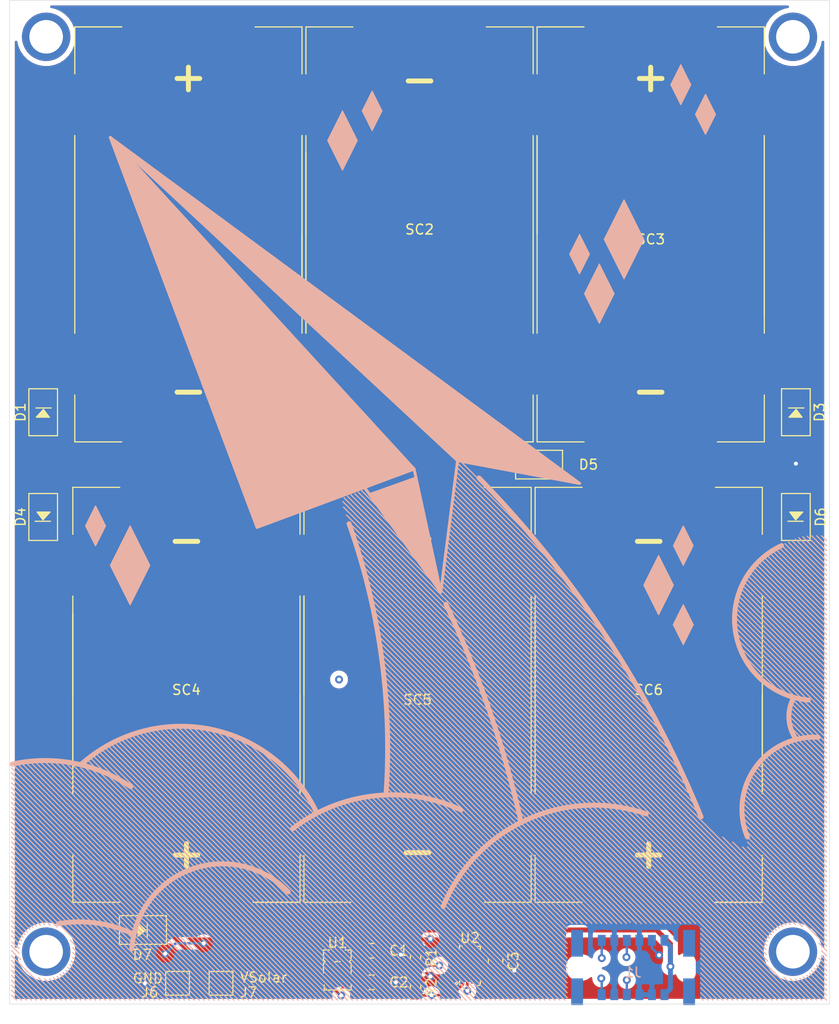
<source format=kicad_pcb>
(kicad_pcb (version 20171130) (host pcbnew "(5.1.10)-1")
  (title_block (title "XY Face") (date 2022-10-30) (rev 1.0))
  (layers (0 F.Cu signal) (1 In1.Cu signal) (2 In2.Cu signal) (31 B.Cu signal) (34 B.Paste user) (35 F.Paste user) (36 B.SilkS user) (37 F.SilkS user) (38 B.Mask user) (39 F.Mask user) (44 Edge.Cuts user))
  (net 0 "")
  (net 1 GND)
  (net 2 VSOLAR)
  (net 3 "Net-(D1-Pad2)")
  (net 4 "Net-(D2-Pad2)")
  (net 5 SDA)
  (net 6 SCL)
  (net 7 "Net-(U1-Pad2)")
  (net 8 "Net-(J2-Pad1)")
  (net 9 "Net-(J3-Pad1)")
  (net 10 "Net-(J4-Pad1)")
  (net 11 "Net-(J5-Pad1)")
  (net 12 "Net-(D4-Pad2)")
  (net 13 "Net-(U1-Pad3)")
  (net 14 3V3)
  (net 15 "Net-(J1-Pad10)")
  (net 16 "Net-(D1-Pad1)")
  (net 17 "Net-(D5-Pad2)")
  (net 18 "Net-(U2-Pad3)")
  (module SolarPanelBoards:MCP9808-NoLeadPackage (layer F.Cu) (at 139.4 137.5)
    (fp_text reference U2 (at 0 -2.8) (layer F.SilkS))
    (fp_text value MCP9808_DFN)
    (pad 5 smd rect (at 0.75 -1.45 180) (size 0.3 0.75) (layers F.Cu F.Paste F.Mask) (net 1 GND))
    (pad 6 smd rect (at 0.25 -1.45 180) (size 0.3 0.75) (layers F.Cu F.Paste F.Mask) (net 1 GND))
    (pad 8 smd rect (at -0.75 -1.45 180) (size 0.3 0.75) (layers F.Cu F.Paste F.Mask) (net 14 3V3))
    (pad 7 smd rect (at -0.25 -1.45 180) (size 0.3 0.75) (layers F.Cu F.Paste F.Mask) (net 1 GND))
    (pad 4 smd rect (at 0.75 1.45) (size 0.3 0.75) (layers F.Cu F.Paste F.Mask) (net 1 GND))
    (pad 3 smd rect (at 0.25 1.45) (size 0.3 0.75) (layers F.Cu F.Paste F.Mask) (net 18 "Net-(U2-Pad3)"))
    (pad 2 smd rect (at -0.25 1.45) (size 0.3 0.75) (layers F.Cu F.Paste F.Mask) (net 6 SCL))
    (pad 1 smd rect (at -0.75 1.45) (size 0.3 0.75) (layers F.Cu F.Paste F.Mask) (net 5 SDA))
    (pad 9 smd rect (at 0 0) (size 1.45 1.75) (layers F.Cu F.Paste F.Mask) (net 1 GND))
  )
  (module SolarPanelBoards:KXOB201K04F-TR (layer F.Cu) (at 110.9 63.5)
    (fp_text reference SC1 (at 0 0.5) (layer F.SilkS))
    (fp_text value KXOB081K06TF)
    (fp_text user - (at 0 15.75) (layer F.SilkS) (effects (font (size 3 3) (thickness 0.5))))
    (fp_text user + (at 0 -16) (layer F.SilkS) (effects (font (size 3 3) (thickness 0.5))))
    (pad 2 smd rect (at 0 20) (size 13 3) (layers F.Cu F.Paste F.Mask) (net 3 "Net-(D1-Pad2)"))
    (pad 1 smd rect (at 0 -20) (size 13 3) (layers F.Cu F.Paste F.Mask) (net 16 "Net-(D1-Pad1)"))
  )
  (module SolarPanelBoards:KXOB201K04F-TR (layer F.Cu) (at 110.7 110.1 180)
    (fp_text reference SC4 (at 0 0.5) (layer F.SilkS))
    (fp_text value KXOB081K06TF)
    (fp_text user - (at 0 15.75) (layer F.SilkS) (effects (font (size 3 3) (thickness 0.5))))
    (fp_text user + (at 0 -16) (layer F.SilkS) (effects (font (size 3 3) (thickness 0.5))))
    (pad 2 smd rect (at 0 20 180) (size 13 3) (layers F.Cu F.Paste F.Mask) (net 12 "Net-(D4-Pad2)"))
    (pad 1 smd rect (at 0 -20 180) (size 13 3) (layers F.Cu F.Paste F.Mask) (net 16 "Net-(D1-Pad1)"))
  )
  (module SolarPanelBoards:APDS-9960 (layer F.Cu) (at 126 138 180)
    (fp_text reference U1 (at 0 2.8) (layer F.SilkS))
    (fp_text value APDS-9960)
    (pad 8 smd rect (at -0.7 -1.455 180) (size 0.6 0.72) (layers F.Cu F.Paste F.Mask) (net 14 3V3))
    (pad 5 smd rect (at -0.7 1.455 180) (size 0.6 0.72) (layers F.Cu F.Paste F.Mask) (net 14 3V3))
    (pad 1 smd rect (at 0.7 -1.455 180) (size 0.6 0.72) (layers F.Cu F.Paste F.Mask) (net 5 SDA))
    (pad 4 smd rect (at 0.7 1.455 180) (size 0.6 0.72) (layers F.Cu F.Paste F.Mask) (net 13 "Net-(U1-Pad3)"))
    (pad 3 smd rect (at 0.7 0.485 180) (size 0.6 0.72) (layers F.Cu F.Paste F.Mask) (net 13 "Net-(U1-Pad3)"))
    (pad 6 smd rect (at -0.7 0.485 180) (size 0.6 0.72) (layers F.Cu F.Paste F.Mask) (net 1 GND))
    (pad 2 smd rect (at 0.7 -0.485 180) (size 0.6 0.72) (layers F.Cu F.Paste F.Mask) (net 7 "Net-(U1-Pad2)"))
    (pad 7 smd rect (at -0.7 -0.485 180) (size 0.6 0.72) (layers F.Cu F.Paste F.Mask) (net 6 SCL))
  )
  (module SolarPanelBoards:DO-214AC (layer F.Cu) (at 96.2 81.5 270)
    (fp_text reference D1 (at 0 2.3 90) (layer F.SilkS))
    (fp_text value CDBA240LL-HF)
    (pad 2 smd rect (at 2 0 270) (size 2.5 1.7) (layers F.Cu F.Paste F.Mask) (net 3 "Net-(D1-Pad2)"))
    (pad 1 smd rect (at -2 0 270) (size 2.5 1.7) (layers F.Cu F.Paste F.Mask) (net 16 "Net-(D1-Pad1)"))
  )
  (module SolarPanelBoards:KXOB201K04F-TR (layer F.Cu) (at 157.5 110.1 180)
    (fp_text reference SC6 (at 0 0.5) (layer F.SilkS))
    (fp_text value KXOB081K06TF)
    (fp_text user - (at 0 15.75) (layer F.SilkS) (effects (font (size 3 3) (thickness 0.5))))
    (fp_text user + (at 0 -16) (layer F.SilkS) (effects (font (size 3 3) (thickness 0.5))))
    (pad 2 smd rect (at 0 20 180) (size 13 3) (layers F.Cu F.Paste F.Mask) (net 1 GND))
    (pad 1 smd rect (at 0 -20 180) (size 13 3) (layers F.Cu F.Paste F.Mask) (net 17 "Net-(D5-Pad2)"))
  )
  (module SolarPanelBoards:KXOB201K04F-TR (layer F.Cu) (at 134.1 110.1)
    (fp_text reference SC5 (at 0 0.5) (layer F.SilkS))
    (fp_text value KXOB081K06TF)
    (fp_text user - (at 0 15.75) (layer F.SilkS) (effects (font (size 3 3) (thickness 0.5))))
    (fp_text user + (at 0 -16) (layer F.SilkS) (effects (font (size 3 3) (thickness 0.5))))
    (pad 2 smd rect (at 0 20) (size 13 3) (layers F.Cu F.Paste F.Mask) (net 17 "Net-(D5-Pad2)"))
    (pad 1 smd rect (at 0 -20) (size 13 3) (layers F.Cu F.Paste F.Mask) (net 12 "Net-(D4-Pad2)"))
  )
  (module SolarPanelBoards:KXOB201K04F-TR (layer F.Cu) (at 157.7 63.5)
    (fp_text reference SC3 (at 0 0.5) (layer F.SilkS))
    (fp_text value KXOB081K06TF)
    (fp_text user - (at 0 15.75) (layer F.SilkS) (effects (font (size 3 3) (thickness 0.5))))
    (fp_text user + (at 0 -16) (layer F.SilkS) (effects (font (size 3 3) (thickness 0.5))))
    (pad 2 smd rect (at 0 20) (size 13 3) (layers F.Cu F.Paste F.Mask) (net 1 GND))
    (pad 1 smd rect (at 0 -20) (size 13 3) (layers F.Cu F.Paste F.Mask) (net 4 "Net-(D2-Pad2)"))
  )
  (module SolarPanelBoards:KXOB201K04F-TR (layer F.Cu) (at 134.3 63.5 180)
    (fp_text reference SC2 (at 0 0.5) (layer F.SilkS))
    (fp_text value KXOB081K06TF)
    (fp_text user - (at 0 15.75) (layer F.SilkS) (effects (font (size 3 3) (thickness 0.5))))
    (fp_text user + (at 0 -16) (layer F.SilkS) (effects (font (size 3 3) (thickness 0.5))))
    (pad 2 smd rect (at 0 20 180) (size 13 3) (layers F.Cu F.Paste F.Mask) (net 4 "Net-(D2-Pad2)"))
    (pad 1 smd rect (at 0 -20 180) (size 13 3) (layers F.Cu F.Paste F.Mask) (net 3 "Net-(D1-Pad2)"))
  )
  (module "SolarPanelBoards:M55-6021242R(XYFaces)" (layer B.Cu) (at 155.92 137.7 180)
    (fp_text reference J1 (at 0 -0.5) (layer B.SilkS) (effects (justify mirror)))
    (fp_text value Conn_02x06_Top_Bottom)
    (pad 2 smd rect (at -1.905 2.75 180) (size 0.8 1.1) (layers B.Cu B.Paste B.Mask) (net 14 3V3))
    (pad 4 smd rect (at 0.635 2.75 180) (size 0.8 1.1) (layers B.Cu B.Paste B.Mask) (net 15 "Net-(J1-Pad10)"))
    (pad 3 smd rect (at -0.635 2.75 180) (size 0.8 1.1) (layers B.Cu B.Paste B.Mask) (net 1 GND))
    (pad 6 smd rect (at 3.175 2.75 180) (size 0.8 1.1) (layers B.Cu B.Paste B.Mask) (net 6 SCL))
    (pad 1 smd rect (at -3.175 2.75 180) (size 0.8 1.1) (layers B.Cu B.Paste B.Mask) (net 2 VSOLAR))
    (pad 5 smd rect (at 1.905 2.75 180) (size 0.8 1.1) (layers B.Cu B.Paste B.Mask) (net 1 GND))
    (pad "" np_thru_hole oval (at -5.35 0 180) (size 1 1.95) (drill oval 1 1.95) (layers *.Cu *.Mask))
    (pad "" np_thru_hole oval (at 5.35 0 180) (size 1.9 1.65) (drill oval 1.9 1.65) (layers *.Cu *.Mask))
    (pad "" smd rect (at 5.67 2.45 180) (size 1.2 2.7) (layers B.Cu B.Paste B.Mask))
    (pad "" smd rect (at -5.67 -2.45 180) (size 1.2 2.7) (layers B.Cu B.Paste B.Mask))
    (pad "" smd rect (at 5.67 -2.45 180) (size 1.2 2.7) (layers B.Cu B.Paste B.Mask))
    (pad "" smd rect (at -5.67 2.45 180) (size 1.2 2.7) (layers B.Cu B.Paste B.Mask))
    (pad 7 smd rect (at -3.175 -2.75) (size 0.8 1.1) (layers B.Cu B.Paste B.Mask) (net 2 VSOLAR))
    (pad 12 smd rect (at 3.175 -2.75) (size 0.8 1.1) (layers B.Cu B.Paste B.Mask) (net 5 SDA))
    (pad 9 smd rect (at -0.635 -2.75) (size 0.8 1.1) (layers B.Cu B.Paste B.Mask) (net 1 GND))
    (pad 10 smd rect (at 0.635 -2.75) (size 0.8 1.1) (layers B.Cu B.Paste B.Mask) (net 15 "Net-(J1-Pad10)"))
    (pad 11 smd rect (at 1.905 -2.75) (size 0.8 1.1) (layers B.Cu B.Paste B.Mask) (net 1 GND))
    (pad 8 smd rect (at -1.905 -2.75) (size 0.8 1.1) (layers B.Cu B.Paste B.Mask) (net 1 GND))
  )
  (module SolarPanelBoards:DO-214AC (layer F.Cu) (at 106.3 133.9 180)
    (fp_text reference D7 (at 0.0645 -2.498) (layer F.SilkS))
    (fp_text value CDBA240LL-HF)
    (pad 2 smd rect (at 2 0 180) (size 2.5 1.7) (layers F.Cu F.Paste F.Mask) (net 16 "Net-(D1-Pad1)"))
    (pad 1 smd rect (at -2 0 180) (size 2.5 1.7) (layers F.Cu F.Paste F.Mask) (net 2 VSOLAR))
  )
  (module SolarPanelBoards:DO-214AC (layer F.Cu) (at 172.4 92.1 90)
    (fp_text reference D6 (at 0 2.5 90) (layer F.SilkS))
    (fp_text value CDBA240LL-HF)
    (pad 2 smd rect (at 2 0 90) (size 2.5 1.7) (layers F.Cu F.Paste F.Mask) (net 1 GND))
    (pad 1 smd rect (at -2 0 90) (size 2.5 1.7) (layers F.Cu F.Paste F.Mask) (net 17 "Net-(D5-Pad2)"))
  )
  (module SolarPanelBoards:DO-214AC (layer F.Cu) (at 146.4 86.8)
    (fp_text reference D5 (at 5 0) (layer F.SilkS))
    (fp_text value CDBA240LL-HF)
    (pad 2 smd rect (at 2 0) (size 2.5 1.7) (layers F.Cu F.Paste F.Mask) (net 17 "Net-(D5-Pad2)"))
    (pad 1 smd rect (at -2 0) (size 2.5 1.7) (layers F.Cu F.Paste F.Mask) (net 12 "Net-(D4-Pad2)"))
  )
  (module SolarPanelBoards:DO-214AC (layer F.Cu) (at 96.2 92.1 90)
    (fp_text reference D4 (at 0 -2.3 90) (layer F.SilkS))
    (fp_text value CDBA240LL-HF)
    (pad 2 smd rect (at 2 0 90) (size 2.5 1.7) (layers F.Cu F.Paste F.Mask) (net 12 "Net-(D4-Pad2)"))
    (pad 1 smd rect (at -2 0 90) (size 2.5 1.7) (layers F.Cu F.Paste F.Mask) (net 16 "Net-(D1-Pad1)"))
  )
  (module SolarPanelBoards:DO-214AC (layer F.Cu) (at 172.4 81.5 270)
    (fp_text reference D3 (at 0 -2.4 90) (layer F.SilkS))
    (fp_text value CDBA240LL-HF)
    (pad 2 smd rect (at 2 0 270) (size 2.5 1.7) (layers F.Cu F.Paste F.Mask) (net 1 GND))
    (pad 1 smd rect (at -2 0 270) (size 2.5 1.7) (layers F.Cu F.Paste F.Mask) (net 4 "Net-(D2-Pad2)"))
  )
  (module SolarPanelBoards:DO-214AC (layer F.Cu) (at 122.2 86.8)
    (fp_text reference D2 (at 4.7 0.1) (layer F.SilkS))
    (fp_text value CDBA240LL-HF)
    (pad 2 smd rect (at 2 0) (size 2.5 1.7) (layers F.Cu F.Paste F.Mask) (net 4 "Net-(D2-Pad2)"))
    (pad 1 smd rect (at -2 0) (size 2.5 1.7) (layers F.Cu F.Paste F.Mask) (net 3 "Net-(D1-Pad2)"))
  )
  (module Resistor_SMD:R_0603_1608Metric (layer F.Cu) (at 133.9 139.7 270)
    (fp_text reference R2 (at 0 -1.6 90) (layer F.SilkS))
    (fp_text value 10-kOhm)
    (pad 2 smd roundrect (at 0.825 0 270) (size 0.8 0.95) (layers F.Cu F.Paste F.Mask) (net 5 SDA))
    (pad 1 smd roundrect (at -0.825 0 270) (size 0.8 0.95) (layers F.Cu F.Paste F.Mask) (net 14 3V3))
  )
  (module Resistor_SMD:R_0603_1608Metric (layer F.Cu) (at 133.9 136.675 270)
    (fp_text reference R1 (at 0 -1.6 90) (layer F.SilkS))
    (fp_text value 10-kOhm)
    (pad 2 smd roundrect (at 0.825 0 270) (size 0.8 0.95) (layers F.Cu F.Paste F.Mask) (net 6 SCL))
    (pad 1 smd roundrect (at -0.825 0 270) (size 0.8 0.95) (layers F.Cu F.Paste F.Mask) (net 14 3V3))
  )
  (module Capacitor_SMD:C_0805_2012Metric (layer F.Cu) (at 142 137.05 270)
    (fp_text reference C3 (at 0 -1.8 90) (layer F.SilkS))
    (fp_text value 1uF)
    (pad 2 smd roundrect (at 0.95 0 270) (size 1 1.45) (layers F.Cu F.Paste F.Mask) (net 1 GND))
    (pad 1 smd roundrect (at -0.95 0 270) (size 1 1.45) (layers F.Cu F.Paste F.Mask) (net 14 3V3))
  )
  (module Capacitor_SMD:C_0805_2012Metric (layer F.Cu) (at 129.45 139.2 180)
    (fp_text reference C2 (at -2.75 0) (layer F.SilkS))
    (fp_text value 1uF)
    (pad 2 smd roundrect (at 0.95 0 180) (size 1 1.45) (layers F.Cu F.Paste F.Mask) (net 14 3V3))
    (pad 1 smd roundrect (at -0.95 0 180) (size 1 1.45) (layers F.Cu F.Paste F.Mask) (net 1 GND))
  )
  (module Capacitor_SMD:C_0805_2012Metric (layer F.Cu) (at 129.45 136)
    (fp_text reference C1 (at 2.75 0) (layer F.SilkS))
    (fp_text value 1uF)
    (pad 2 smd roundrect (at 0.95 0) (size 1 1.45) (layers F.Cu F.Paste F.Mask) (net 1 GND))
    (pad 1 smd roundrect (at -0.95 0) (size 1 1.45) (layers F.Cu F.Paste F.Mask) (net 14 3V3))
  )
  (module SolarPanelBoards:MountingHoles (layer B.Cu) (at 172.1 137.7 180)
    (fp_text reference J5 (at 0 1.5) (layer B.SilkS) (effects (justify mirror)))
    (fp_text value Conn_01x01)
    (pad 1 thru_hole circle (at 0 1.6 180) (size 4.9 4.9) (drill 3.4) (layers *.Cu *.Mask) (net 11 "Net-(J5-Pad1)"))
  )
  (module SolarPanelBoards:MountingHoles (layer B.Cu) (at 172.1 45.1 180)
    (fp_text reference J4 (at 0.05 1.7) (layer B.SilkS) (effects (justify mirror)))
    (fp_text value Conn_01x01)
    (pad 1 thru_hole circle (at 0 1.6 180) (size 4.9 4.9) (drill 3.4) (layers *.Cu *.Mask) (net 10 "Net-(J4-Pad1)"))
  )
  (module SolarPanelBoards:MountingHoles (layer B.Cu) (at 96.5 137.7 180)
    (fp_text reference J3 (at 0 1.7) (layer B.SilkS) (effects (justify mirror)))
    (fp_text value Conn_01x01)
    (pad 1 thru_hole circle (at 0 1.6 180) (size 4.9 4.9) (drill 3.4) (layers *.Cu *.Mask) (net 9 "Net-(J3-Pad1)"))
  )
  (module SolarPanelBoards:MountingHoles (layer B.Cu) (at 96.5 45.1 180)
    (fp_text reference J2 (at 0.05 1.6) (layer B.SilkS) (effects (justify mirror)))
    (fp_text value Conn_01x01)
    (pad 1 thru_hole circle (at 0 1.6 180) (size 4.9 4.9) (drill 3.4) (layers *.Cu *.Mask) (net 8 "Net-(J2-Pad1)"))
  )
  (module TestPoint:TestPoint_Pad_2.0x2.0mm (layer F.Cu) (at 114.2 139.3 180)
    (fp_text reference J7 (at -2.8 -0.9) (layer F.SilkS))
    (fp_text value Conn_01x01)
    (pad 1 smd rect (at 0 0 180) (size 2 2) (layers F.Cu F.Mask) (net 2 VSOLAR))
  )
  (module TestPoint:TestPoint_Pad_2.0x2.0mm (layer F.Cu) (at 109.8 139.3 180)
    (fp_text reference J6 (at 2.8 -0.9) (layer F.SilkS))
    (fp_text value Conn_01x01)
    (pad 1 smd rect (at 0 0 180) (size 2 2) (layers F.Cu F.Mask) (net 1 GND))
  )
  (gr_poly (pts (xy 136.35 99.55) (xy 129.2 89.75) (xy 133.95 88.05)) (layer B.SilkS) (width 0.1))
  (gr_poly (pts (xy 150.35 88.6) (xy 138.15 86.4) (xy 103 53.75)) (layer B.SilkS) (width 0.1))
  (gr_poly (pts (xy 133.65 87.3) (xy 117.9 93.1) (xy 103 53.7)) (layer B.SilkS) (width 0.1))
  (gr_line (start 98.5 138.5) (end 98.2 138.2) (layer B.SilkS) (width 0.12))
  (gr_line (start 98.75 138.25) (end 98.5 138) (layer B.SilkS) (width 0.12))
  (gr_line (start 99 138) (end 98.7 137.7) (layer B.SilkS) (width 0.12))
  (gr_line (start 99.25 137.75) (end 98.9 137.4) (layer B.SilkS) (width 0.12))
  (gr_line (start 99.25 137.25) (end 99.05 137.05) (layer B.SilkS) (width 0.12))
  (gr_line (start 99.5 137) (end 99.15 136.65) (layer B.SilkS) (width 0.12))
  (gr_line (start 99.5 136.5) (end 99.2 136.2) (layer B.SilkS) (width 0.12))
  (gr_line (start 99.5 136) (end 99.2 135.7) (layer B.SilkS) (width 0.12))
  (gr_line (start 99.5 135.5) (end 98.95 134.95) (layer B.SilkS) (width 0.12))
  (gr_line (start 97 133) (end 97.6 133.6) (layer B.SilkS) (width 0.12))
  (gr_line (start 96.5 133) (end 96.9 133.4) (layer B.SilkS) (width 0.12))
  (gr_line (start 96 133) (end 96.35 133.35) (layer B.SilkS) (width 0.12))
  (gr_line (start 95.5 133) (end 95.9 133.4) (layer B.SilkS) (width 0.12))
  (gr_line (start 95.25 133.25) (end 95.5 133.5) (layer B.SilkS) (width 0.12))
  (gr_line (start 94.75 133.25) (end 95.15 133.65) (layer B.SilkS) (width 0.12))
  (gr_line (start 94.5 133.5) (end 94.85 133.85) (layer B.SilkS) (width 0.12))
  (gr_line (start 94.25 133.75) (end 94.6 134.1) (layer B.SilkS) (width 0.12))
  (gr_line (start 94.25 134.25) (end 94.35 134.35) (layer B.SilkS) (width 0.12))
  (gr_line (start 94 134.5) (end 94.15 134.65) (layer B.SilkS) (width 0.12))
  (gr_line (start 93.75 134.75) (end 94 135) (layer B.SilkS) (width 0.12))
  (gr_line (start 93.75 135.25) (end 93.85 135.35) (layer B.SilkS) (width 0.12))
  (gr_line (start 93.75 136.75) (end 93.9 136.9) (layer B.SilkS) (width 0.12))
  (gr_line (start 175.5 135.5) (end 173.25 133.25) (layer B.SilkS) (width 0.12))
  (gr_line (start 175.5 136) (end 174.75 135.25) (layer B.SilkS) (width 0.12))
  (gr_line (start 175.5 136.5) (end 175 136) (layer B.SilkS) (width 0.12))
  (gr_line (start 175.5 137) (end 175 136.5) (layer B.SilkS) (width 0.12))
  (gr_line (start 175.5 137.5) (end 174.75 136.75) (layer B.SilkS) (width 0.12))
  (gr_line (start 175.5 138) (end 174.75 137.25) (layer B.SilkS) (width 0.12))
  (gr_line (start 175.5 138.5) (end 174.5 137.5) (layer B.SilkS) (width 0.12))
  (gr_line (start 175.5 139) (end 174.25 137.75) (layer B.SilkS) (width 0.12))
  (gr_line (start 175.5 139.5) (end 174 138) (layer B.SilkS) (width 0.12))
  (gr_line (start 173.5 141) (end 171.2 138.7) (layer B.SilkS) (width 0.12))
  (gr_line (start 173 141) (end 169.5 137.5) (layer B.SilkS) (width 0.12))
  (gr_line (start 99.5 135.5) (end 105 141) (layer B.SilkS) (width 0.12))
  (gr_line (start 104.5 141) (end 99.5 136) (layer B.SilkS) (width 0.12))
  (gr_line (start 99.5 136.5) (end 104 141) (layer B.SilkS) (width 0.12))
  (gr_line (start 103.5 141) (end 99.5 137) (layer B.SilkS) (width 0.12))
  (gr_line (start 103 141) (end 99.25 137.25) (layer B.SilkS) (width 0.12))
  (gr_line (start 99.25 137.75) (end 102.5 141) (layer B.SilkS) (width 0.12))
  (gr_line (start 102 141) (end 99 138) (layer B.SilkS) (width 0.12))
  (gr_line (start 98.75 138.25) (end 101.5 141) (layer B.SilkS) (width 0.12))
  (gr_line (start 101 141) (end 98.5 138.5) (layer B.SilkS) (width 0.12))
  (gr_line (start 98 141) (end 95.75 138.75) (layer B.SilkS) (width 0.12))
  (gr_line (start 97.5 141) (end 94 137.5) (layer B.SilkS) (width 0.12))
  (gr_line (start 162.75 140.75) (end 163 141) (layer B.SilkS) (width 0.12))
  (gr_line (start 163.5 141) (end 162.75 140.25) (layer B.SilkS) (width 0.12))
  (gr_line (start 162.75 139.75) (end 164 141) (layer B.SilkS) (width 0.12))
  (gr_line (start 164.5 141) (end 162.75 139.25) (layer B.SilkS) (width 0.12))
  (gr_line (start 162.75 138.75) (end 165 141) (layer B.SilkS) (width 0.12))
  (gr_line (start 165.5 141) (end 162.75 138.25) (layer B.SilkS) (width 0.12))
  (gr_line (start 162.75 137.75) (end 166 141) (layer B.SilkS) (width 0.12))
  (gr_line (start 166.5 141) (end 162.75 137.25) (layer B.SilkS) (width 0.12))
  (gr_line (start 162.75 136.75) (end 167 141) (layer B.SilkS) (width 0.12))
  (gr_line (start 167.5 141) (end 162.75 136.25) (layer B.SilkS) (width 0.12))
  (gr_line (start 162.75 135.75) (end 168 141) (layer B.SilkS) (width 0.12))
  (gr_line (start 168.5 141) (end 162.75 135.25) (layer B.SilkS) (width 0.12))
  (gr_line (start 162.75 134.75) (end 169 141) (layer B.SilkS) (width 0.12))
  (gr_line (start 169.5 141) (end 162.75 134.25) (layer B.SilkS) (width 0.12))
  (gr_line (start 162.75 133.75) (end 170 141) (layer B.SilkS) (width 0.12))
  (gr_line (start 167 100) (end 166.8 99.8) (layer B.SilkS) (width 0.12))
  (gr_line (start 167 100.5) (end 166.7 100.2) (layer B.SilkS) (width 0.12))
  (gr_line (start 166.5 102) (end 166.4 101.9) (layer B.SilkS) (width 0.12))
  (gr_line (start 166.5 102.5) (end 166.35 102.35) (layer B.SilkS) (width 0.12))
  (gr_line (start 172.5 111) (end 172.15 110.65) (layer B.SilkS) (width 0.12))
  (gr_line (start 172.5 115) (end 172.3 114.8) (layer B.SilkS) (width 0.12))
  (gr_line (start 171.5 115.5) (end 171.2 115.2) (layer B.SilkS) (width 0.12))
  (gr_line (start 171 115.5) (end 170.85 115.35) (layer B.SilkS) (width 0.12))
  (gr_line (start 171 116) (end 170.6 115.6) (layer B.SilkS) (width 0.12))
  (gr_line (start 170.5 116) (end 170.3 115.8) (layer B.SilkS) (width 0.12))
  (gr_line (start 170 116.5) (end 169.75 116.25) (layer B.SilkS) (width 0.12))
  (gr_line (start 169.5 117) (end 169.2 116.7) (layer B.SilkS) (width 0.12))
  (gr_line (start 169 117.5) (end 168.75 117.25) (layer B.SilkS) (width 0.12))
  (gr_line (start 168.5 118) (end 168.25 117.75) (layer B.SilkS) (width 0.12))
  (gr_line (start 168 118.5) (end 167.9 118.4) (layer B.SilkS) (width 0.12))
  (gr_line (start 168 119) (end 167.6 118.6) (layer B.SilkS) (width 0.12))
  (gr_line (start 167.5 120) (end 167.3 119.8) (layer B.SilkS) (width 0.12))
  (gr_line (start 167.5 120.5) (end 167.25 120.25) (layer B.SilkS) (width 0.12))
  (gr_line (start 167.5 121) (end 167.2 120.7) (layer B.SilkS) (width 0.12))
  (gr_line (start 167.5 121.5) (end 167.2 121.2) (layer B.SilkS) (width 0.12))
  (gr_line (start 167.5 123.5) (end 167.25 123.25) (layer B.SilkS) (width 0.12))
  (gr_line (start 165 124.5) (end 175.5 135) (layer B.SilkS) (width 0.12))
  (gr_line (start 175.5 94.5) (end 175 94) (layer B.SilkS) (width 0.12))
  (gr_line (start 174.5 94) (end 175.5 95) (layer B.SilkS) (width 0.12))
  (gr_line (start 175.5 95.5) (end 174 94) (layer B.SilkS) (width 0.12))
  (gr_line (start 173.55 94.05) (end 175.5 96) (layer B.SilkS) (width 0.12))
  (gr_line (start 173.1 94.1) (end 175.5 96.5) (layer B.SilkS) (width 0.12))
  (gr_line (start 172.7 94.2) (end 173.5 95) (layer B.SilkS) (width 0.12))
  (gr_line (start 172.35 94.35) (end 173 95) (layer B.SilkS) (width 0.12))
  (gr_line (start 172 94.5) (end 172.5 95) (layer B.SilkS) (width 0.12))
  (gr_line (start 173.5 95) (end 175.5 97) (layer B.SilkS) (width 0.12))
  (gr_line (start 173 95) (end 175.5 97.5) (layer B.SilkS) (width 0.12))
  (gr_line (start 172.5 95) (end 175.5 98) (layer B.SilkS) (width 0.12))
  (gr_line (start 171.65 94.65) (end 175.5 98.5) (layer B.SilkS) (width 0.12))
  (gr_line (start 175.5 99) (end 171.3 94.8) (layer B.SilkS) (width 0.12))
  (gr_line (start 171.05 95.05) (end 175.5 99.5) (layer B.SilkS) (width 0.12))
  (gr_line (start 175.5 100) (end 170.8 95.3) (layer B.SilkS) (width 0.12))
  (gr_line (start 170.5 95.5) (end 175.5 100.5) (layer B.SilkS) (width 0.12))
  (gr_line (start 175.5 101) (end 170.15 95.65) (layer B.SilkS) (width 0.12))
  (gr_line (start 169.85 95.85) (end 175.5 101.5) (layer B.SilkS) (width 0.12))
  (gr_line (start 175.5 102) (end 169.5 96) (layer B.SilkS) (width 0.12))
  (gr_line (start 169.25 96.25) (end 175.5 102.5) (layer B.SilkS) (width 0.12))
  (gr_line (start 175.5 103) (end 169 96.5) (layer B.SilkS) (width 0.12))
  (gr_line (start 168.75 96.75) (end 175.5 103.5) (layer B.SilkS) (width 0.12))
  (gr_line (start 175.5 104) (end 168.5 97) (layer B.SilkS) (width 0.12))
  (gr_line (start 168.3 97.3) (end 175.5 104.5) (layer B.SilkS) (width 0.12))
  (gr_line (start 175.5 105) (end 168 97.5) (layer B.SilkS) (width 0.12))
  (gr_line (start 167.8 97.8) (end 175.5 105.5) (layer B.SilkS) (width 0.12))
  (gr_line (start 175.5 106) (end 167.6 98.1) (layer B.SilkS) (width 0.12))
  (gr_line (start 167.5 98.5) (end 175.5 106.5) (layer B.SilkS) (width 0.12))
  (gr_line (start 175.5 107) (end 167.25 98.75) (layer B.SilkS) (width 0.12))
  (gr_line (start 167 99) (end 175.5 107.5) (layer B.SilkS) (width 0.12))
  (gr_line (start 175.5 108) (end 167 99.5) (layer B.SilkS) (width 0.12))
  (gr_line (start 167 100) (end 175.5 108.5) (layer B.SilkS) (width 0.12))
  (gr_line (start 175.5 109) (end 167 100.5) (layer B.SilkS) (width 0.12))
  (gr_line (start 166.5 100.5) (end 175.5 109.5) (layer B.SilkS) (width 0.12))
  (gr_line (start 175.5 110) (end 166.5 101) (layer B.SilkS) (width 0.12))
  (gr_line (start 166.5 101.5) (end 175.5 110.5) (layer B.SilkS) (width 0.12))
  (gr_line (start 175.5 111) (end 166.5 102) (layer B.SilkS) (width 0.12))
  (gr_line (start 166.5 102.5) (end 175.5 111.5) (layer B.SilkS) (width 0.12))
  (gr_line (start 175.5 112) (end 166.5 103) (layer B.SilkS) (width 0.12))
  (gr_line (start 166.5 103.5) (end 175.5 112.5) (layer B.SilkS) (width 0.12))
  (gr_line (start 175.5 113) (end 166.5 104) (layer B.SilkS) (width 0.12))
  (gr_line (start 169 108.5) (end 168.5 108) (layer B.SilkS) (width 0.12))
  (gr_line (start 167.5 106.5) (end 170.5 109.5) (layer B.SilkS) (width 0.12))
  (gr_line (start 171.5 110) (end 167 105.5) (layer B.SilkS) (width 0.12))
  (gr_line (start 175.5 113.5) (end 166.5 104.5) (layer B.SilkS) (width 0.12))
  (gr_line (start 175.5 114) (end 172.5 111) (layer B.SilkS) (width 0.12))
  (gr_line (start 175.5 114.5) (end 172 111) (layer B.SilkS) (width 0.12))
  (gr_line (start 175.5 115) (end 172 111.5) (layer B.SilkS) (width 0.12))
  (gr_line (start 175.5 115.5) (end 172 112) (layer B.SilkS) (width 0.12))
  (gr_line (start 175.5 116) (end 172 112.5) (layer B.SilkS) (width 0.12))
  (gr_line (start 175.5 116.5) (end 172 113) (layer B.SilkS) (width 0.12))
  (gr_line (start 173 115) (end 172.5 114.5) (layer B.SilkS) (width 0.12))
  (gr_line (start 175.5 117) (end 172 113.5) (layer B.SilkS) (width 0.12))
  (gr_line (start 173 115) (end 175.5 117.5) (layer B.SilkS) (width 0.12))
  (gr_line (start 175.5 118) (end 172.5 115) (layer B.SilkS) (width 0.12))
  (gr_line (start 172 115) (end 175.5 118.5) (layer B.SilkS) (width 0.12))
  (gr_line (start 175.5 119) (end 171.5 115) (layer B.SilkS) (width 0.12))
  (gr_line (start 171.5 115.5) (end 175.5 119.5) (layer B.SilkS) (width 0.12))
  (gr_line (start 175.5 120) (end 171 115.5) (layer B.SilkS) (width 0.12))
  (gr_line (start 171 116) (end 175.5 120.5) (layer B.SilkS) (width 0.12))
  (gr_line (start 175.5 121) (end 170.5 116) (layer B.SilkS) (width 0.12))
  (gr_line (start 170 116) (end 175.5 121.5) (layer B.SilkS) (width 0.12))
  (gr_line (start 175.5 122) (end 170 116.5) (layer B.SilkS) (width 0.12))
  (gr_line (start 169.5 116.5) (end 175.5 122.5) (layer B.SilkS) (width 0.12))
  (gr_line (start 175.5 123) (end 169.5 117) (layer B.SilkS) (width 0.12))
  (gr_line (start 169 117) (end 175.5 123.5) (layer B.SilkS) (width 0.12))
  (gr_line (start 175.5 124) (end 169 117.5) (layer B.SilkS) (width 0.12))
  (gr_line (start 168.5 118.5) (end 168 118) (layer B.SilkS) (width 0.12))
  (gr_line (start 175.5 124.5) (end 168.5 117.5) (layer B.SilkS) (width 0.12))
  (gr_line (start 168.5 118) (end 175.5 125) (layer B.SilkS) (width 0.12))
  (gr_line (start 175.5 125.5) (end 168.5 118.5) (layer B.SilkS) (width 0.12))
  (gr_line (start 168 118.5) (end 175.5 126) (layer B.SilkS) (width 0.12))
  (gr_line (start 175.5 126.5) (end 168 119) (layer B.SilkS) (width 0.12))
  (gr_line (start 167.5 119) (end 175.5 127) (layer B.SilkS) (width 0.12))
  (gr_line (start 175.5 127.5) (end 167.5 119.5) (layer B.SilkS) (width 0.12))
  (gr_line (start 167.5 120) (end 175.5 128) (layer B.SilkS) (width 0.12))
  (gr_line (start 175.5 128.5) (end 167.5 120.5) (layer B.SilkS) (width 0.12))
  (gr_line (start 167.5 121) (end 175.5 129) (layer B.SilkS) (width 0.12))
  (gr_line (start 167.5 121.5) (end 175.5 129.5) (layer B.SilkS) (width 0.12))
  (gr_line (start 175.5 130) (end 167 121.5) (layer B.SilkS) (width 0.12))
  (gr_line (start 167 122) (end 175.5 130.5) (layer B.SilkS) (width 0.12))
  (gr_line (start 175.5 131) (end 167 122.5) (layer B.SilkS) (width 0.12))
  (gr_line (start 167.5 123.5) (end 175.5 131.5) (layer B.SilkS) (width 0.12))
  (gr_line (start 167.5 125.5) (end 168 126) (layer B.SilkS) (width 0.12))
  (gr_line (start 167.5 125) (end 168 125.5) (layer B.SilkS) (width 0.12))
  (gr_line (start 168 125.5) (end 168.5 126) (layer B.SilkS) (width 0.12))
  (gr_line (start 168 125) (end 167.48817 124.479864) (layer B.SilkS) (width 0.12))
  (gr_line (start 167.5 124) (end 168 124.5) (layer B.SilkS) (width 0.12))
  (gr_line (start 168 124.5) (end 175.5 132) (layer B.SilkS) (width 0.12))
  (gr_line (start 168 125) (end 175.5 132.5) (layer B.SilkS) (width 0.12))
  (gr_line (start 168.5 126) (end 175.5 133) (layer B.SilkS) (width 0.12))
  (gr_line (start 168 126) (end 175.5 133.5) (layer B.SilkS) (width 0.12))
  (gr_line (start 167 125.5) (end 175.5 134) (layer B.SilkS) (width 0.12))
  (gr_line (start 166 125) (end 175.5 134.5) (layer B.SilkS) (width 0.12))
  (gr_line (start 138.5 86.5) (end 142 90) (layer B.SilkS) (width 0.12))
  (gr_line (start 146 94.5) (end 138.15 86.65) (layer B.SilkS) (width 0.12))
  (gr_line (start 138.1 87.1) (end 147.5 96.5) (layer B.SilkS) (width 0.12))
  (gr_line (start 149.5 99) (end 138.05 87.55) (layer B.SilkS) (width 0.12))
  (gr_line (start 138 88) (end 150.5 100.5) (layer B.SilkS) (width 0.12))
  (gr_line (start 152 102.5) (end 137.9 88.4) (layer B.SilkS) (width 0.12))
  (gr_line (start 137.85 88.85) (end 153 104) (layer B.SilkS) (width 0.12))
  (gr_line (start 154 105.5) (end 137.8 89.3) (layer B.SilkS) (width 0.12))
  (gr_line (start 137.75 89.75) (end 155 107) (layer B.SilkS) (width 0.12))
  (gr_line (start 155.5 108) (end 137.7 90.2) (layer B.SilkS) (width 0.12))
  (gr_line (start 137.65 90.65) (end 156 109) (layer B.SilkS) (width 0.12))
  (gr_line (start 156.5 110) (end 137.55 91.05) (layer B.SilkS) (width 0.12))
  (gr_line (start 137.5 91.5) (end 157.5 111.5) (layer B.SilkS) (width 0.12))
  (gr_line (start 158 112.5) (end 137.5 92) (layer B.SilkS) (width 0.12))
  (gr_line (start 137.4 92.4) (end 158.5 113.5) (layer B.SilkS) (width 0.12))
  (gr_line (start 159 114.5) (end 137.35 92.85) (layer B.SilkS) (width 0.12))
  (gr_line (start 137.3 93.3) (end 159.5 115.5) (layer B.SilkS) (width 0.12))
  (gr_line (start 160 116.5) (end 137.25 93.75) (layer B.SilkS) (width 0.12))
  (gr_line (start 137.2 94.2) (end 160.5 117.5) (layer B.SilkS) (width 0.12))
  (gr_line (start 161 118.5) (end 137.15 94.65) (layer B.SilkS) (width 0.12))
  (gr_line (start 137.05 95.05) (end 161 119) (layer B.SilkS) (width 0.12))
  (gr_line (start 161.5 120) (end 137 95.5) (layer B.SilkS) (width 0.12))
  (gr_line (start 137 96) (end 162 121) (layer B.SilkS) (width 0.12))
  (gr_line (start 162.35 121.85) (end 136.9 96.4) (layer B.SilkS) (width 0.12))
  (gr_line (start 136.85 96.85) (end 173.25 133.25) (layer B.SilkS) (width 0.12))
  (gr_line (start 173.05 133.55) (end 136.8 97.3) (layer B.SilkS) (width 0.12))
  (gr_line (start 136.75 97.75) (end 172.35 133.35) (layer B.SilkS) (width 0.12))
  (gr_line (start 171.85 133.35) (end 136.65 98.15) (layer B.SilkS) (width 0.12))
  (gr_line (start 136.6 98.6) (end 171.4 133.4) (layer B.SilkS) (width 0.12))
  (gr_line (start 171.05 133.55) (end 136.55 99.05) (layer B.SilkS) (width 0.12))
  (gr_line (start 136.45 99.45) (end 170.7 133.7) (layer B.SilkS) (width 0.12))
  (gr_line (start 128.45 89.45) (end 130.35 91.35) (layer B.SilkS) (width 0.12))
  (gr_line (start 131.65 93.15) (end 128.1 89.6) (layer B.SilkS) (width 0.12))
  (gr_line (start 127.75 89.75) (end 133.05 95.05) (layer B.SilkS) (width 0.12))
  (gr_line (start 134.4 96.9) (end 127.35 89.85) (layer B.SilkS) (width 0.12))
  (gr_line (start 127 90) (end 135.75 98.75) (layer B.SilkS) (width 0.12))
  (gr_line (start 170.4 133.9) (end 126.65 90.15) (layer B.SilkS) (width 0.12))
  (gr_line (start 126.55 90.55) (end 170.15 134.15) (layer B.SilkS) (width 0.12))
  (gr_line (start 128 95) (end 169.4 136.4) (layer B.SilkS) (width 0.12))
  (gr_line (start 169.35 135.85) (end 128 94.5) (layer B.SilkS) (width 0.12))
  (gr_line (start 127.5 93.5) (end 169.45 135.45) (layer B.SilkS) (width 0.12))
  (gr_line (start 127.5 93) (end 128 93.5) (layer B.SilkS) (width 0.12))
  (gr_line (start 169.55 135.05) (end 128 93.5) (layer B.SilkS) (width 0.12))
  (gr_line (start 126.9 91.9) (end 169.7 134.7) (layer B.SilkS) (width 0.12))
  (gr_line (start 169.9 134.4) (end 126.6 91.1) (layer B.SilkS) (width 0.12))
  (gr_line (start 173.8 138.3) (end 175.5 140) (layer B.SilkS) (width 0.12))
  (gr_line (start 173.5 138.5) (end 175.5 140.5) (layer B.SilkS) (width 0.12))
  (gr_line (start 173.15 138.65) (end 175.5 141) (layer B.SilkS) (width 0.12))
  (gr_line (start 172.8 138.8) (end 175 141) (layer B.SilkS) (width 0.12))
  (gr_line (start 172.35 138.85) (end 174.5 141) (layer B.SilkS) (width 0.12))
  (gr_line (start 174 141) (end 171.85 138.85) (layer B.SilkS) (width 0.12))
  (gr_line (start 128.5 96) (end 169.55 137.05) (layer B.SilkS) (width 0.12))
  (gr_line (start 169.5 137.5) (end 128.5 96.5) (layer B.SilkS) (width 0.12))
  (gr_line (start 128.5 97) (end 172.5 141) (layer B.SilkS) (width 0.12))
  (gr_line (start 172 141) (end 129 98) (layer B.SilkS) (width 0.12))
  (gr_line (start 129 98.5) (end 171.5 141) (layer B.SilkS) (width 0.12))
  (gr_line (start 171 141) (end 129 99) (layer B.SilkS) (width 0.12))
  (gr_line (start 129.5 100) (end 170.5 141) (layer B.SilkS) (width 0.12))
  (gr_line (start 162.25 133.25) (end 129.5 100.5) (layer B.SilkS) (width 0.12))
  (gr_line (start 129.7 101.2) (end 161.75 133.25) (layer B.SilkS) (width 0.12))
  (gr_line (start 161.25 133.25) (end 129.85 101.85) (layer B.SilkS) (width 0.12))
  (gr_line (start 130 102.5) (end 160.75 133.25) (layer B.SilkS) (width 0.12))
  (gr_line (start 160.25 133.25) (end 130 103) (layer B.SilkS) (width 0.12))
  (gr_line (start 130.25 103.75) (end 159.75 133.25) (layer B.SilkS) (width 0.12))
  (gr_line (start 159.25 133.25) (end 130.35 104.35) (layer B.SilkS) (width 0.12))
  (gr_line (start 130.5 105) (end 158.75 133.25) (layer B.SilkS) (width 0.12))
  (gr_line (start 130.5 105.5) (end 131 106) (layer B.SilkS) (width 0.12))
  (gr_line (start 158.25 133.25) (end 131 106) (layer B.SilkS) (width 0.12))
  (gr_line (start 130.65 106.15) (end 157.75 133.25) (layer B.SilkS) (width 0.12))
  (gr_line (start 157.25 133.25) (end 130.7 106.7) (layer B.SilkS) (width 0.12))
  (gr_line (start 130.8 107.3) (end 156.75 133.25) (layer B.SilkS) (width 0.12))
  (gr_line (start 156.25 133.25) (end 130.65 107.65) (layer B.SilkS) (width 0.12))
  (gr_line (start 130.9 108.4) (end 155.65 133.15) (layer B.SilkS) (width 0.12))
  (gr_line (start 155.25 133.25) (end 131 109) (layer B.SilkS) (width 0.12))
  (gr_line (start 154.75 133.25) (end 131 109.5) (layer B.SilkS) (width 0.12))
  (gr_line (start 131 110) (end 154.25 133.25) (layer B.SilkS) (width 0.12))
  (gr_line (start 153.75 133.25) (end 131 110.5) (layer B.SilkS) (width 0.12))
  (gr_line (start 131 111) (end 153.25 133.25) (layer B.SilkS) (width 0.12))
  (gr_line (start 131.15 114.15) (end 150.25 133.25) (layer B.SilkS) (width 0.12))
  (gr_line (start 150.75 133.25) (end 131.15 113.65) (layer B.SilkS) (width 0.12))
  (gr_line (start 131.15 113.15) (end 151.25 133.25) (layer B.SilkS) (width 0.12))
  (gr_line (start 151.75 133.25) (end 131.15 112.65) (layer B.SilkS) (width 0.12))
  (gr_line (start 131 112) (end 152.25 133.25) (layer B.SilkS) (width 0.12))
  (gr_line (start 152.75 133.25) (end 131 111.5) (layer B.SilkS) (width 0.12))
  (gr_line (start 131.2 114.7) (end 149.75 133.25) (layer B.SilkS) (width 0.12))
  (gr_line (start 149.25 133.25) (end 131.25 115.25) (layer B.SilkS) (width 0.12))
  (gr_line (start 131.25 115.75) (end 149.25 133.75) (layer B.SilkS) (width 0.12))
  (gr_line (start 149.25 134.25) (end 131.2 116.2) (layer B.SilkS) (width 0.12))
  (gr_line (start 131.15 116.65) (end 149.2 134.7) (layer B.SilkS) (width 0.12))
  (gr_line (start 149.25 135.25) (end 131.15 117.15) (layer B.SilkS) (width 0.12))
  (gr_line (start 131.2 117.7) (end 149.25 135.75) (layer B.SilkS) (width 0.12))
  (gr_line (start 149.25 136.25) (end 131 118) (layer B.SilkS) (width 0.12))
  (gr_line (start 131 118.5) (end 149.25 136.75) (layer B.SilkS) (width 0.12))
  (gr_line (start 149.25 137.25) (end 131 119) (layer B.SilkS) (width 0.12))
  (gr_line (start 131 119.5) (end 149.25 137.75) (layer B.SilkS) (width 0.12))
  (gr_line (start 149.25 138.25) (end 131 120) (layer B.SilkS) (width 0.12))
  (gr_line (start 131 120.5) (end 149.25 138.75) (layer B.SilkS) (width 0.12))
  (gr_line (start 149.25 139.25) (end 130.5 120.5) (layer B.SilkS) (width 0.12))
  (gr_line (start 130 120.5) (end 149.25 139.75) (layer B.SilkS) (width 0.12))
  (gr_line (start 149.25 140.25) (end 129.5 120.5) (layer B.SilkS) (width 0.12))
  (gr_line (start 129 120.5) (end 149.25 140.75) (layer B.SilkS) (width 0.12))
  (gr_line (start 149 141) (end 128.65 120.65) (layer B.SilkS) (width 0.12))
  (gr_line (start 128.25 120.75) (end 148.5 141) (layer B.SilkS) (width 0.12))
  (gr_line (start 148 141) (end 127.8 120.8) (layer B.SilkS) (width 0.12))
  (gr_line (start 127.45 120.95) (end 147.5 141) (layer B.SilkS) (width 0.12))
  (gr_line (start 146.5 141) (end 126.7 121.2) (layer B.SilkS) (width 0.12))
  (gr_line (start 127 121) (end 147 141) (layer B.SilkS) (width 0.12))
  (gr_line (start 146 141) (end 126.25 121.25) (layer B.SilkS) (width 0.12))
  (gr_line (start 125.85 121.35) (end 145.5 141) (layer B.SilkS) (width 0.12))
  (gr_line (start 145 141) (end 125.5 121.5) (layer B.SilkS) (width 0.12))
  (gr_line (start 125.15 121.65) (end 144.5 141) (layer B.SilkS) (width 0.12))
  (gr_line (start 144 141) (end 124.75 121.75) (layer B.SilkS) (width 0.12))
  (gr_line (start 124.5 122) (end 143.5 141) (layer B.SilkS) (width 0.12))
  (gr_line (start 121.5 118.5) (end 120 117) (layer B.SilkS) (width 0.12))
  (gr_line (start 118.5 116) (end 122.5 120) (layer B.SilkS) (width 0.12))
  (gr_line (start 123.5 121.5) (end 117.2 115.2) (layer B.SilkS) (width 0.12))
  (gr_line (start 143 141) (end 124 122) (layer B.SilkS) (width 0.12))
  (gr_line (start 116.15 114.65) (end 142.5 141) (layer B.SilkS) (width 0.12))
  (gr_line (start 142 141) (end 115.35 114.35) (layer B.SilkS) (width 0.12))
  (gr_line (start 114.5 114) (end 141.5 141) (layer B.SilkS) (width 0.12))
  (gr_line (start 141 141) (end 114 114) (layer B.SilkS) (width 0.12))
  (gr_line (start 113.25 113.75) (end 140.5 141) (layer B.SilkS) (width 0.12))
  (gr_line (start 140 141) (end 112.6 113.6) (layer B.SilkS) (width 0.12))
  (gr_line (start 112 113.5) (end 139.5 141) (layer B.SilkS) (width 0.12))
  (gr_line (start 139 141) (end 111.5 113.5) (layer B.SilkS) (width 0.12))
  (gr_line (start 111 113.5) (end 138.5 141) (layer B.SilkS) (width 0.12))
  (gr_line (start 138 141) (end 110.5 113.5) (layer B.SilkS) (width 0.12))
  (gr_line (start 110 113.5) (end 137.5 141) (layer B.SilkS) (width 0.12))
  (gr_line (start 137 141) (end 109.5 113.5) (layer B.SilkS) (width 0.12))
  (gr_line (start 109 113.5) (end 136.5 141) (layer B.SilkS) (width 0.12))
  (gr_line (start 136 141) (end 108.5 113.5) (layer B.SilkS) (width 0.12))
  (gr_line (start 108 113.5) (end 135.5 141) (layer B.SilkS) (width 0.12))
  (gr_line (start 135 141) (end 107.5 113.5) (layer B.SilkS) (width 0.12))
  (gr_line (start 107.15 113.65) (end 134.5 141) (layer B.SilkS) (width 0.12))
  (gr_line (start 134 141) (end 106.75 113.75) (layer B.SilkS) (width 0.12))
  (gr_line (start 106.5 114) (end 133.5 141) (layer B.SilkS) (width 0.12))
  (gr_line (start 133 141) (end 106 114) (layer B.SilkS) (width 0.12))
  (gr_line (start 105.6 114.1) (end 132.5 141) (layer B.SilkS) (width 0.12))
  (gr_line (start 132 141) (end 105.1 114.1) (layer B.SilkS) (width 0.12))
  (gr_line (start 104.85 114.35) (end 131.5 141) (layer B.SilkS) (width 0.12))
  (gr_line (start 131 141) (end 104.5 114.5) (layer B.SilkS) (width 0.12))
  (gr_line (start 104.15 114.65) (end 130.5 141) (layer B.SilkS) (width 0.12))
  (gr_line (start 130 141) (end 103.8 114.8) (layer B.SilkS) (width 0.12))
  (gr_line (start 103.5 115) (end 129.5 141) (layer B.SilkS) (width 0.12))
  (gr_line (start 129 141) (end 103.15 115.15) (layer B.SilkS) (width 0.12))
  (gr_line (start 102.75 115.25) (end 128.5 141) (layer B.SilkS) (width 0.12))
  (gr_line (start 128 141) (end 102.5 115.5) (layer B.SilkS) (width 0.12))
  (gr_line (start 102.2 115.7) (end 127.5 141) (layer B.SilkS) (width 0.12))
  (gr_line (start 102 116) (end 127 141) (layer B.SilkS) (width 0.12))
  (gr_line (start 126.5 141) (end 101.5 116) (layer B.SilkS) (width 0.12))
  (gr_line (start 101.3 116.3) (end 126 141) (layer B.SilkS) (width 0.12))
  (gr_line (start 125.5 141) (end 101 116.5) (layer B.SilkS) (width 0.12))
  (gr_line (start 100.7 116.7) (end 125 141) (layer B.SilkS) (width 0.12))
  (gr_line (start 124.5 141) (end 100.5 117) (layer B.SilkS) (width 0.12))
  (gr_line (start 100.5 117.5) (end 124 141) (layer B.SilkS) (width 0.12))
  (gr_line (start 123.5 141) (end 100 117.5) (layer B.SilkS) (width 0.12))
  (gr_line (start 123 141) (end 99 117) (layer B.SilkS) (width 0.12))
  (gr_line (start 98.5 117) (end 122.5 141) (layer B.SilkS) (width 0.12))
  (gr_line (start 122 141) (end 98 117) (layer B.SilkS) (width 0.12))
  (gr_line (start 97.5 117) (end 121.5 141) (layer B.SilkS) (width 0.12))
  (gr_line (start 121 141) (end 97 117) (layer B.SilkS) (width 0.12))
  (gr_line (start 96.5 117) (end 120.5 141) (layer B.SilkS) (width 0.12))
  (gr_line (start 120 141) (end 96 117) (layer B.SilkS) (width 0.12))
  (gr_line (start 95.5 117) (end 119.5 141) (layer B.SilkS) (width 0.12))
  (gr_line (start 119 141) (end 95 117) (layer B.SilkS) (width 0.12))
  (gr_line (start 94.45 116.95) (end 118.5 141) (layer B.SilkS) (width 0.12))
  (gr_line (start 94.05 117.05) (end 118 141) (layer B.SilkS) (width 0.12))
  (gr_line (start 117.5 141) (end 93.7 117.2) (layer B.SilkS) (width 0.12))
  (gr_line (start 93.25 117.25) (end 117 141) (layer B.SilkS) (width 0.12))
  (gr_line (start 116.5 141) (end 93 117.5) (layer B.SilkS) (width 0.12))
  (gr_line (start 93 118) (end 116 141) (layer B.SilkS) (width 0.12))
  (gr_line (start 115.5 141) (end 93 118.5) (layer B.SilkS) (width 0.12))
  (gr_line (start 93 119) (end 115 141) (layer B.SilkS) (width 0.12))
  (gr_line (start 114.5 141) (end 93 119.5) (layer B.SilkS) (width 0.12))
  (gr_line (start 93 120) (end 114 141) (layer B.SilkS) (width 0.12))
  (gr_line (start 113.5 141) (end 93 120.5) (layer B.SilkS) (width 0.12))
  (gr_line (start 93 121) (end 113 141) (layer B.SilkS) (width 0.12))
  (gr_line (start 112.5 141) (end 93 121.5) (layer B.SilkS) (width 0.12))
  (gr_line (start 93 122) (end 112 141) (layer B.SilkS) (width 0.12))
  (gr_line (start 111.5 141) (end 93 122.5) (layer B.SilkS) (width 0.12))
  (gr_line (start 93 123) (end 111 141) (layer B.SilkS) (width 0.12))
  (gr_line (start 110.5 141) (end 93 123.5) (layer B.SilkS) (width 0.12))
  (gr_line (start 93 124) (end 110 141) (layer B.SilkS) (width 0.12))
  (gr_line (start 109.5 141) (end 93 124.5) (layer B.SilkS) (width 0.12))
  (gr_line (start 93 125) (end 109 141) (layer B.SilkS) (width 0.12))
  (gr_line (start 108.5 141) (end 93 125.5) (layer B.SilkS) (width 0.12))
  (gr_line (start 93 126) (end 108 141) (layer B.SilkS) (width 0.12))
  (gr_line (start 107.5 141) (end 93 126.5) (layer B.SilkS) (width 0.12))
  (gr_line (start 93 127) (end 107 141) (layer B.SilkS) (width 0.12))
  (gr_line (start 106.5 141) (end 93 127.5) (layer B.SilkS) (width 0.12))
  (gr_line (start 93 128) (end 106 141) (layer B.SilkS) (width 0.12))
  (gr_line (start 105.5 141) (end 93 128.5) (layer B.SilkS) (width 0.12))
  (gr_line (start 93 129) (end 97 133) (layer B.SilkS) (width 0.12))
  (gr_line (start 96.5 133) (end 93 129.5) (layer B.SilkS) (width 0.12))
  (gr_line (start 93 130) (end 96 133) (layer B.SilkS) (width 0.12))
  (gr_line (start 95.5 133) (end 93 130.5) (layer B.SilkS) (width 0.12))
  (gr_line (start 93 131) (end 95.25 133.25) (layer B.SilkS) (width 0.12))
  (gr_line (start 94.75 133.25) (end 93 131.5) (layer B.SilkS) (width 0.12))
  (gr_line (start 93 132) (end 94.5 133.5) (layer B.SilkS) (width 0.12))
  (gr_line (start 94.25 133.75) (end 93 132.5) (layer B.SilkS) (width 0.12))
  (gr_line (start 93.75 134.75) (end 93 134) (layer B.SilkS) (width 0.12))
  (gr_line (start 93 133.5) (end 94 134.5) (layer B.SilkS) (width 0.12))
  (gr_line (start 94.25 134.25) (end 93 133) (layer B.SilkS) (width 0.12))
  (gr_line (start 100.5 141) (end 97.9 138.4) (layer B.SilkS) (width 0.12))
  (gr_line (start 100 141) (end 97.6 138.6) (layer B.SilkS) (width 0.12))
  (gr_line (start 93 140.5) (end 93.5 141) (layer B.SilkS) (width 0.12))
  (gr_line (start 94 141) (end 93 140) (layer B.SilkS) (width 0.12))
  (gr_line (start 93 139.5) (end 94.5 141) (layer B.SilkS) (width 0.12))
  (gr_line (start 95 141) (end 93 139) (layer B.SilkS) (width 0.12))
  (gr_line (start 93 138.5) (end 95.5 141) (layer B.SilkS) (width 0.12))
  (gr_line (start 96 141) (end 93 138) (layer B.SilkS) (width 0.12))
  (gr_line (start 93 137.5) (end 96.5 141) (layer B.SilkS) (width 0.12))
  (gr_line (start 97 141) (end 93 137) (layer B.SilkS) (width 0.12))
  (gr_line (start 93 136.5) (end 94 137.5) (layer B.SilkS) (width 0.12))
  (gr_line (start 93 135.5) (end 93.75 136.25) (layer B.SilkS) (width 0.12))
  (gr_line (start 93.75 136.75) (end 93 136) (layer B.SilkS) (width 0.12))
  (gr_line (start 98.5 141) (end 96.35 138.85) (layer B.SilkS) (width 0.12))
  (gr_line (start 93.75 135.75) (end 93.042297 135.118529) (layer B.SilkS) (width 0.12))
  (gr_line (start 99 141) (end 96.85 138.85) (layer B.SilkS) (width 0.12))
  (gr_line (start 97.25 138.75) (end 99.5 141) (layer B.SilkS) (width 0.12))
  (gr_line (start 93 134.5) (end 93.75 135.25) (layer B.SilkS) (width 0.12))
  (gr_line (start 175.8 141.4) (end 175.8 41.4) (layer Edge.Cuts) (width 0.05))
  (gr_poly (pts (xy 128.5 51) (xy 129.5 49) (xy 130.5 51) (xy 129.5 53)) (layer B.SilkS) (width 0.1))
  (gr_poly (pts (xy 103 97) (xy 105 93) (xy 107 97) (xy 105 101)) (layer B.SilkS) (width 0.1))
  (gr_poly (pts (xy 162.25 51.35) (xy 163.25 49.35) (xy 164.25 51.35) (xy 163.25 53.35)) (layer B.SilkS) (width 0.1))
  (gr_line (start 163.25 53.35) (end 164.25 51.35) (layer B.SilkS) (width 0.12))
  (gr_line (start 162.25 51.35) (end 163.25 53.35) (layer B.SilkS) (width 0.12))
  (gr_line (start 164.25 51.35) (end 163.25 49.35) (layer B.SilkS) (width 0.12))
  (gr_line (start 163.25 49.35) (end 162.25 51.35) (layer B.SilkS) (width 0.12))
  (gr_poly (pts (xy 159.75 48.35) (xy 160.75 46.35) (xy 161.75 48.35) (xy 160.75 50.35)) (layer B.SilkS) (width 0.1))
  (gr_line (start 160.75 50.35) (end 161.75 48.35) (layer B.SilkS) (width 0.12))
  (gr_line (start 159.75 48.35) (end 160.75 50.35) (layer B.SilkS) (width 0.12))
  (gr_line (start 161.75 48.35) (end 160.75 46.35) (layer B.SilkS) (width 0.12))
  (gr_line (start 160.75 46.35) (end 159.75 48.35) (layer B.SilkS) (width 0.12))
  (gr_poly (pts (xy 160 95) (xy 161 93) (xy 162 95) (xy 161 97)) (layer B.SilkS) (width 0.1))
  (gr_poly (pts (xy 157 99) (xy 158.5 96) (xy 160 99) (xy 158.5 102)) (layer B.SilkS) (width 0.1))
  (gr_poly (pts (xy 160 103) (xy 161 101) (xy 162 103) (xy 161 105)) (layer B.SilkS) (width 0.1))
  (gr_line (start 161 105) (end 162 103) (layer B.SilkS) (width 0.12))
  (gr_line (start 160 103) (end 161 105) (layer B.SilkS) (width 0.12))
  (gr_line (start 162 103) (end 161 101) (layer B.SilkS) (width 0.12))
  (gr_line (start 161 101) (end 160 103) (layer B.SilkS) (width 0.12))
  (gr_poly (pts (xy 151 69.5) (xy 152.5 66.5) (xy 154 69.5) (xy 152.5 72.5)) (layer B.SilkS) (width 0.1))
  (gr_poly (pts (xy 149.5 65.5) (xy 150.5 63.5) (xy 151.5 65.5) (xy 150.5 67.5)) (layer B.SilkS) (width 0.1))
  (gr_poly (pts (xy 128 54) (xy 126.5 57) (xy 125 54) (xy 126.5 51)) (layer B.SilkS) (width 0.1))
  (gr_poly (pts (xy 157 64) (xy 155 68) (xy 153 64) (xy 155 60)) (layer B.SilkS) (width 0.1))
  (gr_poly (pts (xy 102.5 93) (xy 101.5 95) (xy 100.5 93) (xy 101.5 91)) (layer B.SilkS) (width 0.1))
  (gr_line (start 102.5 93) (end 101.5 91) (layer B.SilkS) (width 0.12))
  (gr_line (start 101.5 95) (end 102.5 93) (layer B.SilkS) (width 0.12))
  (gr_line (start 100.5 93) (end 101.5 95) (layer B.SilkS) (width 0.12))
  (gr_line (start 101.5 91) (end 100.5 93) (layer B.SilkS) (width 0.12))
  (gr_arc (start 63.75 162.85) (end 162.8 122.45) (angle -22.1) (layer B.SilkS) (width 0.5))
  (gr_arc (start 175.7 112.3) (end 172.200001 110.350001) (angle -63.8) (layer B.SilkS) (width 0.5))
  (gr_arc (start 174.4 102.45) (end 170.950001 95.000001) (angle -150) (layer B.SilkS) (width 0.5))
  (gr_arc (start 174.25 121.7) (end 174.649999 114.400001) (angle -115.5) (layer B.SilkS) (width 0.5))
  (gr_arc (start 151.95 137.75) (end 157.249999 122.150001) (angle -86.6) (layer B.SilkS) (width 0.5))
  (gr_arc (start 99.9 145.65) (end 105.399999 134.350001) (angle -35.7899281) (layer B.SilkS) (width 0.5))
  (gr_arc (start 114.35 136.4) (end 120.999999 130.050001) (angle -132.7) (layer B.SilkS) (width 0.5))
  (gr_arc (start 96.4 132.2) (end 105.049999 119.400001) (angle -46.6) (layer B.SilkS) (width 0.5))
  (gr_arc (start 110.15 128.45) (end 123.9 122.05) (angle -106.9713018) (layer B.SilkS) (width 0.5))
  (gr_arc (start 131.55 136.8) (end 138.5 121.75) (angle -62.4) (layer B.SilkS) (width 0.5))
  (gr_arc (start 63.3 115.45) (end 130.9 120.25) (angle -23.6) (layer B.SilkS) (width 0.5))
  (gr_arc (start 41.45 146.25) (end 144.6 123.05) (angle -12.7) (layer B.SilkS) (width 0.5))
  (gr_line (start 138.15 86.4) (end 103 53.7) (layer B.SilkS) (width 0.3))
  (gr_line (start 133.75 87.25) (end 103 53.7) (layer B.SilkS) (width 0.3))
  (gr_line (start 136.45 99.7) (end 133.75 87.25) (layer B.SilkS) (width 0.3))
  (gr_line (start 136.45 99.7) (end 138.15 86.4) (layer B.SilkS) (width 0.3))
  (gr_line (start 136.45 99.7) (end 128.75 89.15) (layer B.SilkS) (width 0.3))
  (gr_line (start 133.75 87.25) (end 117.85 93.15) (layer B.SilkS) (width 0.3))
  (gr_line (start 138.15 86.4) (end 150.5 88.7) (layer B.SilkS) (width 0.3))
  (gr_line (start 103 53.7) (end 150.5 88.7) (layer B.SilkS) (width 0.3))
  (gr_line (start 117.85 93.15) (end 103 53.7) (layer B.SilkS) (width 0.3))
  (gr_line (start 92.8 39.8) (end 92.8 41.4) (layer Edge.Cuts) (width 0.05))
  (gr_line (start 175.8 39.8) (end 175.8 41.4) (layer Edge.Cuts) (width 0.05))
  (gr_line (start 92.8 39.8) (end 175.8 39.8) (layer Edge.Cuts) (width 0.05))
  (gr_line (start 92.8 141.4) (end 175.8 141.4) (layer Edge.Cuts) (width 0.05))
  (gr_line (start 92.8 41.4) (end 92.8 141.4) (layer Edge.Cuts) (width 0.05))
  (gr_text GND (at 106.8 138.8) (layer F.SilkS) (effects (font (size 1 1))))
  (gr_text VSolar (at 118.5 138.7) (layer F.SilkS) (effects (font (size 1 1))))
  (segment (start 131.9 139.2) (end 131.9 139.2) (width 0.25) (layer B.Cu) (net 1))
  (via (at 131.9 139.2) (size 0.8) (drill 0.4) (layers F.Cu B.Cu) (net 1))
  (segment (start 132.4 136.4) (end 132.4 136.4) (width 0.25) (layer B.Cu) (net 1))
  (via (at 132.4 136.4) (size 0.8) (drill 0.4) (layers F.Cu B.Cu) (net 1))
  (segment (start 106.5 139.3) (end 106.5 139.3) (width 0.5) (layer B.Cu) (net 1))
  (via (at 106.5 139.3) (size 0.8) (drill 0.4) (layers F.Cu B.Cu) (net 1))
  (segment (start 172.4 86.7) (end 172.4 90.1) (width 0.5) (layer F.Cu) (net 1))
  (via (at 172.4 86.7) (size 0.8) (drill 0.4) (layers F.Cu B.Cu) (net 1))
  (segment (start 172.4 83.5) (end 172.4 86.7) (width 0.5) (layer F.Cu) (net 1))
  (segment (start 109.8 139.3) (end 106.5 139.3) (width 0.5) (layer F.Cu) (net 1))
  (segment (start 130.4 139.2) (end 131.9 139.2) (width 0.25) (layer F.Cu) (net 1))
  (segment (start 132 136) (end 132.4 136.4) (width 0.25) (layer F.Cu) (net 1))
  (segment (start 130.4 136) (end 132 136) (width 0.25) (layer F.Cu) (net 1))
  (segment (start 129 137.4) (end 130.4 136) (width 0.25) (layer F.Cu) (net 1))
  (segment (start 127.8 137.4) (end 129 137.4) (width 0.25) (layer F.Cu) (net 1))
  (segment (start 127.63 137.57) (end 127.8 137.4) (width 0.25) (layer F.Cu) (net 1))
  (segment (start 126.7 137.57) (end 127.63 137.57) (width 0.25) (layer F.Cu) (net 1))
  (segment (start 139.15 137.15) (end 139.4 137.4) (width 0.25) (layer F.Cu) (net 1))
  (segment (start 139.15 135.95) (end 139.15 137.15) (width 0.25) (layer F.Cu) (net 1))
  (segment (start 139.65 137.15) (end 139.4 137.4) (width 0.25) (layer F.Cu) (net 1))
  (segment (start 139.65 135.95) (end 139.65 137.15) (width 0.25) (layer F.Cu) (net 1))
  (segment (start 140.15 136.65) (end 139.4 137.4) (width 0.25) (layer F.Cu) (net 1))
  (segment (start 140.15 135.95) (end 140.15 136.65) (width 0.25) (layer F.Cu) (net 1))
  (segment (start 140.15 138.15) (end 139.4 137.4) (width 0.25) (layer F.Cu) (net 1))
  (segment (start 140.15 138.85) (end 140.15 138.15) (width 0.25) (layer F.Cu) (net 1))
  (segment (start 141.4 137.4) (end 142 138) (width 0.25) (layer F.Cu) (net 1))
  (segment (start 139.4 137.4) (end 141.4 137.4) (width 0.25) (layer F.Cu) (net 1))
  (segment (start 142 138) (end 143.9 138) (width 0.25) (layer F.Cu) (net 1))
  (segment (start 143.9 138) (end 143.9 138) (width 0.25) (layer F.Cu) (net 1))
  (via (at 143.9 138) (size 0.8) (drill 0.4) (layers F.Cu B.Cu) (net 1))
  (segment (start 157.7 89.9) (end 157.5 90.1) (width 0.5) (layer F.Cu) (net 1))
  (segment (start 157.7 83.5) (end 157.7 89.9) (width 0.5) (layer F.Cu) (net 1))
  (segment (start 169 90.1) (end 172.4 86.7) (width 0.5) (layer F.Cu) (net 1))
  (segment (start 157.5 90.1) (end 169 90.1) (width 0.5) (layer F.Cu) (net 1))
  (segment (start 156.555 134.95) (end 156.555 140.45) (width 0.25) (layer B.Cu) (net 1))
  (segment (start 156.555 140.45) (end 157.825 140.45) (width 0.25) (layer B.Cu) (net 1))
  (segment (start 154.015 134.95) (end 154.015 140.45) (width 0.25) (layer B.Cu) (net 1))
  (segment (start 108.8 133.9) (end 114.2 139.3) (width 0.5) (layer F.Cu) (net 2))
  (segment (start 108.3 133.9) (end 108.8 133.9) (width 0.5) (layer F.Cu) (net 2))
  (segment (start 108.3 133.9) (end 155.958002 133.9) (width 0.5) (layer F.Cu) (net 2))
  (segment (start 155.958002 133.9) (end 158.3 133.9) (width 0.5) (layer F.Cu) (net 2))
  (segment (start 158.3 133.9) (end 159.7 135.3) (width 0.5) (layer F.Cu) (net 2))
  (segment (start 159.7 135.3) (end 159.7 137.6) (width 0.5) (layer F.Cu) (net 2))
  (segment (start 159.7 137.6) (end 159.7 137.6) (width 0.5) (layer F.Cu) (net 2))
  (via (at 159.7 137.6) (size 0.8) (drill 0.4) (layers F.Cu B.Cu) (net 2))
  (segment (start 159.7 139.845) (end 159.095 140.45) (width 0.5) (layer B.Cu) (net 2))
  (segment (start 159.7 137.6) (end 159.7 139.845) (width 0.5) (layer B.Cu) (net 2))
  (segment (start 159.7 135.555) (end 159.095 134.95) (width 0.5) (layer B.Cu) (net 2))
  (segment (start 159.7 137.6) (end 159.7 135.555) (width 0.5) (layer B.Cu) (net 2))
  (segment (start 134.3 83.5) (end 110.9 83.5) (width 0.5) (layer F.Cu) (net 3))
  (segment (start 96.2 83.5) (end 110.9 83.5) (width 0.5) (layer F.Cu) (net 3))
  (segment (start 114.2 86.8) (end 110.9 83.5) (width 0.5) (layer F.Cu) (net 3))
  (segment (start 120.2 86.8) (end 114.2 86.8) (width 0.5) (layer F.Cu) (net 3))
  (segment (start 157.7 43.5) (end 134.3 43.5) (width 0.5) (layer F.Cu) (net 4))
  (segment (start 172.4 58.2) (end 157.7 43.5) (width 0.5) (layer F.Cu) (net 4))
  (segment (start 172.4 79.5) (end 172.4 58.2) (width 0.5) (layer F.Cu) (net 4))
  (segment (start 148.2 79.5) (end 172.4 79.5) (width 0.5) (layer F.Cu) (net 4))
  (segment (start 140.9 86.8) (end 148.2 79.5) (width 0.5) (layer F.Cu) (net 4))
  (segment (start 124.2 86.8) (end 140.9 86.8) (width 0.5) (layer F.Cu) (net 4))
  (via (at 135.5 140.5) (size 0.8) (drill 0.4) (layers F.Cu B.Cu) (net 5))
  (segment (start 126.315 140.525) (end 126.375 140.525) (width 0.25) (layer F.Cu) (net 5))
  (segment (start 125.3 139.51) (end 126.315 140.525) (width 0.25) (layer F.Cu) (net 5))
  (via (at 126.375 140.525) (size 0.8) (drill 0.4) (layers F.Cu B.Cu) (net 5))
  (segment (start 135.475 140.525) (end 135.5 140.5) (width 0.25) (layer F.Cu) (net 5))
  (segment (start 138.65 138.85) (end 138.65 139.45) (width 0.25) (layer F.Cu) (net 5))
  (segment (start 137.6 140.5) (end 135.5 140.5) (width 0.25) (layer F.Cu) (net 5))
  (segment (start 138.65 139.45) (end 137.6 140.5) (width 0.25) (layer F.Cu) (net 5))
  (segment (start 133.9 140.525) (end 135.475 140.525) (width 0.25) (layer F.Cu) (net 5))
  (via (at 152.7 138.8) (size 0.8) (drill 0.4) (layers F.Cu B.Cu) (net 5))
  (segment (start 152.745 138.845) (end 152.7 138.8) (width 0.25) (layer B.Cu) (net 5))
  (segment (start 152.745 140.45) (end 152.745 138.845) (width 0.25) (layer B.Cu) (net 5))
  (segment (start 133.5 137.9) (end 133.9 137.5) (width 0.25) (layer F.Cu) (net 6))
  (segment (start 128.26181 137.9) (end 133.5 137.9) (width 0.25) (layer F.Cu) (net 6))
  (segment (start 133.9 137.5) (end 135.6 137.5) (width 0.25) (layer F.Cu) (net 6))
  (segment (start 127.62181 138.54) (end 128.26181 137.9) (width 0.25) (layer F.Cu) (net 6))
  (segment (start 126.7 138.54) (end 127.62181 138.54) (width 0.25) (layer F.Cu) (net 6))
  (segment (start 139.15 138.85) (end 139.15 139.298022) (width 0.25) (layer F.Cu) (net 6))
  (segment (start 139.15 138.85) (end 139.15 140.05) (width 0.25) (layer F.Cu) (net 6))
  (segment (start 139.15 140.05) (end 139.15 140.05) (width 0.25) (layer F.Cu) (net 6))
  (via (at 139.15 140.05) (size 0.8) (drill 0.4) (layers F.Cu B.Cu) (net 6))
  (segment (start 135.6 137.5) (end 136.3 137.5) (width 0.25) (layer F.Cu) (net 6))
  (segment (start 136.3 137.5) (end 136.3 137.5) (width 0.25) (layer F.Cu) (net 6))
  (via (at 136.3 137.5) (size 0.8) (drill 0.4) (layers F.Cu B.Cu) (net 6))
  (via (at 152.75 136.75) (size 0.8) (drill 0.4) (layers F.Cu B.Cu) (net 6))
  (segment (start 152.745 136.745) (end 152.75 136.75) (width 0.25) (layer B.Cu) (net 6))
  (segment (start 152.745 134.95) (end 152.745 136.745) (width 0.25) (layer B.Cu) (net 6))
  (segment (start 134.1 90.1) (end 110.6 90.1) (width 0.5) (layer F.Cu) (net 12))
  (segment (start 96.2 90.1) (end 110.6 90.1) (width 0.5) (layer F.Cu) (net 12))
  (segment (start 141.1 90.1) (end 144.4 86.8) (width 0.5) (layer F.Cu) (net 12))
  (segment (start 134.1 90.1) (end 141.1 90.1) (width 0.5) (layer F.Cu) (net 12))
  (segment (start 125.3 136.6) (end 125.3 137.57) (width 0.25) (layer F.Cu) (net 13))
  (segment (start 135.4 138.6) (end 135.4 138.6) (width 0.25) (layer B.Cu) (net 14))
  (via (at 135.4 138.6) (size 0.8) (drill 0.4) (layers F.Cu B.Cu) (net 14))
  (via (at 135.4 134.8) (size 0.8) (drill 0.4) (layers F.Cu B.Cu) (net 14))
  (segment (start 135.4 135) (end 135.2 134.8) (width 0.25) (layer B.Cu) (net 14))
  (segment (start 128.19 139.51) (end 128.5 139.2) (width 0.25) (layer F.Cu) (net 14))
  (segment (start 126.7 139.51) (end 128.19 139.51) (width 0.25) (layer F.Cu) (net 14))
  (segment (start 128.5 136) (end 129.6 134.9) (width 0.25) (layer F.Cu) (net 14))
  (segment (start 132.95 134.9) (end 133.9 135.85) (width 0.25) (layer F.Cu) (net 14))
  (segment (start 129.6 134.9) (end 132.95 134.9) (width 0.25) (layer F.Cu) (net 14))
  (segment (start 135.3 134.9) (end 135.4 134.8) (width 0.25) (layer F.Cu) (net 14))
  (segment (start 132.95 134.9) (end 135.3 134.9) (width 0.25) (layer F.Cu) (net 14))
  (segment (start 135.125 138.875) (end 135.4 138.6) (width 0.25) (layer F.Cu) (net 14))
  (segment (start 133.9 138.875) (end 135.125 138.875) (width 0.25) (layer F.Cu) (net 14))
  (segment (start 137.5 134.8) (end 138.65 135.95) (width 0.25) (layer F.Cu) (net 14))
  (segment (start 127.9 136.6) (end 128.5 136) (width 0.25) (layer F.Cu) (net 14))
  (segment (start 126.7 136.6) (end 127.9 136.6) (width 0.25) (layer F.Cu) (net 14))
  (segment (start 129.8 140.5) (end 132.275 140.5) (width 0.25) (layer F.Cu) (net 14))
  (segment (start 128.5 139.2) (end 129.8 140.5) (width 0.25) (layer F.Cu) (net 14))
  (segment (start 135.4 134.8) (end 137.3 134.8) (width 0.25) (layer F.Cu) (net 14))
  (segment (start 140.7 134.8) (end 142 136.1) (width 0.25) (layer F.Cu) (net 14))
  (segment (start 137.3 134.8) (end 137.5 134.8) (width 0.25) (layer F.Cu) (net 14))
  (segment (start 140.7 134.8) (end 154.7 134.8) (width 0.25) (layer F.Cu) (net 14))
  (segment (start 154.7 134.8) (end 155.6 134.8) (width 0.25) (layer F.Cu) (net 14))
  (segment (start 132.275 140.5) (end 133.9 138.875) (width 0.25) (layer F.Cu) (net 14))
  (segment (start 154.7 134.8) (end 156.9 134.8) (width 0.25) (layer F.Cu) (net 14))
  (segment (start 156.9 134.8) (end 158.55 136.45) (width 0.25) (layer F.Cu) (net 14))
  (segment (start 158.55 136.45) (end 158.55 136.45) (width 0.25) (layer F.Cu) (net 14))
  (via (at 158.55 136.45) (size 0.8) (drill 0.4) (layers F.Cu B.Cu) (net 14))
  (segment (start 157.825 135.725) (end 158.55 136.45) (width 0.25) (layer B.Cu) (net 14))
  (segment (start 157.825 134.95) (end 157.825 135.725) (width 0.25) (layer B.Cu) (net 14))
  (segment (start 129.6 134.9) (end 122 134.9) (width 0.25) (layer F.Cu) (net 14))
  (segment (start 122 134.9) (end 120.1 136.8) (width 0.25) (layer F.Cu) (net 14))
  (segment (start 138.65 136.05) (end 137.7 136.05) (width 0.25) (layer F.Cu) (net 14))
  (segment (start 138.65 134.85) (end 138.6 134.8) (width 0.25) (layer F.Cu) (net 14))
  (segment (start 138.65 136.05) (end 138.65 134.85) (width 0.25) (layer F.Cu) (net 14))
  (segment (start 138.6 134.8) (end 140.7 134.8) (width 0.25) (layer F.Cu) (net 14))
  (segment (start 137.3 134.8) (end 138.6 134.8) (width 0.25) (layer F.Cu) (net 14))
  (via (at 112.45 135.25) (size 0.8) (drill 0.4) (layers F.Cu B.Cu) (net 14))
  (segment (start 112.45 135.25) (end 109.6 135.25) (width 0.25) (layer B.Cu) (net 14))
  (segment (start 109.6 135.25) (end 108.55 136.3) (width 0.25) (layer B.Cu) (net 14))
  (segment (start 108.55 136.3) (end 108.55 136.3) (width 0.25) (layer B.Cu) (net 14))
  (via (at 108.55 136.3) (size 0.8) (drill 0.4) (layers F.Cu B.Cu) (net 14))
  (via (at 126.15 108.55) (size 0.8) (drill 0.4) (layers F.Cu B.Cu) (net 15))
  (via (at 155.25 136.65) (size 0.8) (drill 0.4) (layers F.Cu B.Cu) (net 15))
  (segment (start 155.285 136.615) (end 155.25 136.65) (width 0.25) (layer B.Cu) (net 15))
  (segment (start 155.285 134.95) (end 155.285 136.615) (width 0.25) (layer B.Cu) (net 15))
  (segment (start 155.285 140.45) (end 155.285 138.965) (width 0.25) (layer B.Cu) (net 15))
  (segment (start 155.285 138.965) (end 155.285 138.915) (width 0.25) (layer B.Cu) (net 15))
  (via (at 155.285 138.965) (size 0.8) (drill 0.4) (layers F.Cu B.Cu) (net 15))
  (segment (start 96.2 94.1) (end 93.9 91.8) (width 0.5) (layer F.Cu) (net 16))
  (segment (start 93.9 81.8) (end 96.2 79.5) (width 0.5) (layer F.Cu) (net 16))
  (segment (start 93.9 91.8) (end 93.9 81.8) (width 0.5) (layer F.Cu) (net 16))
  (segment (start 96.2 58.2) (end 110.9 43.5) (width 0.5) (layer F.Cu) (net 16))
  (segment (start 96.2 79.5) (end 96.2 58.2) (width 0.5) (layer F.Cu) (net 16))
  (segment (start 96.2 115.7) (end 110.6 130.1) (width 0.5) (layer F.Cu) (net 16))
  (segment (start 96.2 94.1) (end 96.2 115.7) (width 0.5) (layer F.Cu) (net 16))
  (segment (start 108.1 130.1) (end 110.6 130.1) (width 0.5) (layer F.Cu) (net 16))
  (segment (start 104.3 133.9) (end 108.1 130.1) (width 0.5) (layer F.Cu) (net 16))
  (segment (start 157.5 130.1) (end 134.1 130.1) (width 0.5) (layer F.Cu) (net 17))
  (segment (start 172.4 115.2) (end 157.5 130.1) (width 0.5) (layer F.Cu) (net 17))
  (segment (start 172.4 94.1) (end 172.4 115.2) (width 0.5) (layer F.Cu) (net 17))
  (segment (start 172.4 94.1) (end 150.9 94.1) (width 0.5) (layer F.Cu) (net 17))
  (segment (start 148.4 91.6) (end 148.4 86.8) (width 0.5) (layer F.Cu) (net 17))
  (segment (start 150.9 94.1) (end 148.4 91.6) (width 0.5) (layer F.Cu) (net 17))
  (zone (net 1) (net_name GND) (layer B.Cu) (connect_pads (clearance 0.508)) (min_thickness 0.254) (fill yes (arc_segments 32) (thermal_gap 0.508) (thermal_bridge_width 0.508))
    (polygon (pts (xy 175.8 141.4) (xy 92.8 141.4) (xy 92.8 39.8) (xy 175.8 39.8)))
  )
  (zone (net 14) (net_name 3V3) (layer F.Cu) (connect_pads (clearance 0.508)) (min_thickness 0.254) (fill yes (arc_segments 32) (thermal_gap 0.508) (thermal_bridge_width 0.508))
    (polygon (pts (xy 175.8 141.35) (xy 92.8 141.4) (xy 92.8 39.8) (xy 175.8 39.8)))
  )
)
</source>
